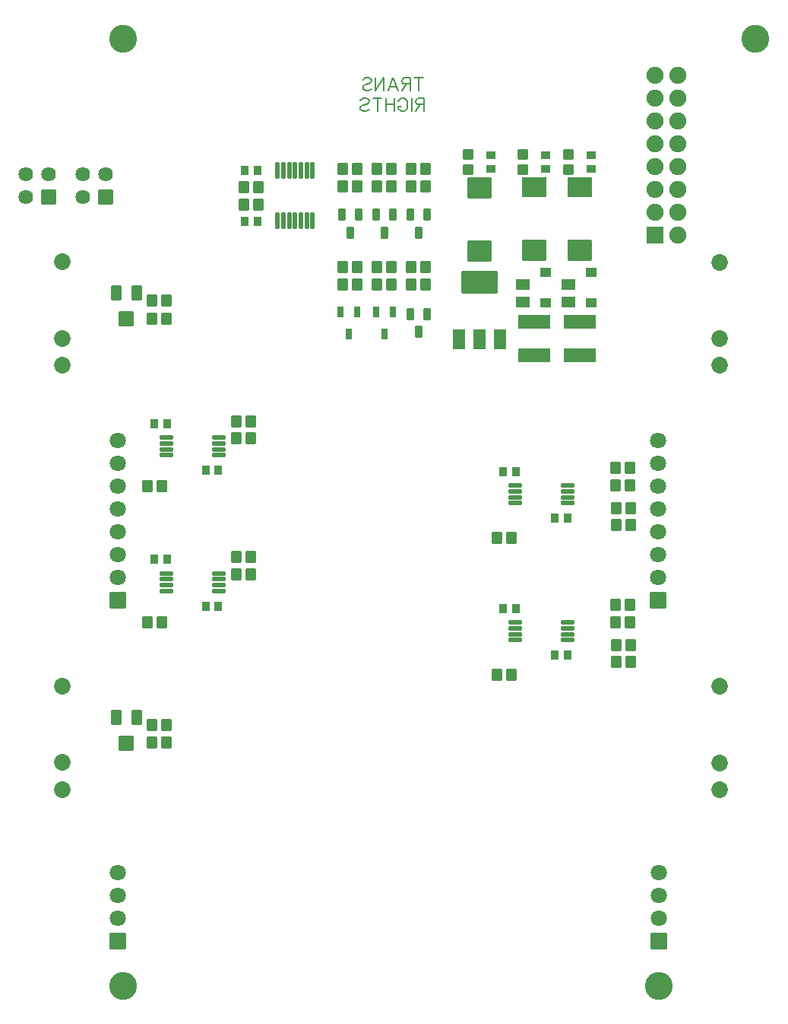
<source format=gbs>
G04 Layer: BottomSolderMaskLayer*
G04 EasyEDA v6.5.34, 2023-09-22 05:43:39*
G04 5a9e321870784d179380c5b7005af72b,5a6b42c53f6a479593ecc07194224c93,10*
G04 Gerber Generator version 0.2*
G04 Scale: 100 percent, Rotated: No, Reflected: No *
G04 Dimensions in millimeters *
G04 leading zeros omitted , absolute positions ,4 integer and 5 decimal *
%FSLAX45Y45*%
%MOMM*%

%AMMACRO1*1,1,$1,$2,$3*1,1,$1,$4,$5*1,1,$1,0-$2,0-$3*1,1,$1,0-$4,0-$5*20,1,$1,$2,$3,$4,$5,0*20,1,$1,$4,$5,0-$2,0-$3,0*20,1,$1,0-$2,0-$3,0-$4,0-$5,0*20,1,$1,0-$4,0-$5,$2,$3,0*4,1,4,$2,$3,$4,$5,0-$2,0-$3,0-$4,0-$5,$2,$3,0*%
%ADD10C,0.2032*%
%ADD11MACRO1,0.2032X-0.5X-0.55X0.5X-0.55*%
%ADD12MACRO1,0.1016X-0.2X-0.85X0.2X-0.85*%
%ADD13MACRO1,0.1016X-0.4X-0.45X0.4X-0.45*%
%ADD14MACRO1,0.1016X-0.35X-0.625X0.35X-0.625*%
%ADD15MACRO1,0.1016X0.35X-0.625X0.35X0.625*%
%ADD16MACRO1,0.1016X-0.35X-0.625X-0.35X0.625*%
%ADD17MACRO1,0.1016X0.3X-0.535X0.3X0.535*%
%ADD18MACRO1,0.1016X-0.55X-0.8X0.55X-0.8*%
%ADD19MACRO1,0.1016X-0.8001X-0.8X0.8001X-0.8*%
%ADD20MACRO1,0.1016X-0.5499X-0.8X0.5499X-0.8*%
%ADD21MACRO1,0.2032X0.5X0.55X-0.5X0.55*%
%ADD22MACRO1,0.2032X1.9X-1.15X1.9X1.15*%
%ADD23MACRO1,0.2032X0.6X-1X0.6X1*%
%ADD24MACRO1,0.1016X0.762X0.762X-0.762X0.762*%
%ADD25C,1.6256*%
%ADD26O,1.6015970000000002X0.5015992*%
%ADD27MACRO1,0.1016X0.4X0.45X-0.4X0.45*%
%ADD28MACRO1,0.1016X0.85X-0.85X0.85X0.85*%
%ADD29C,1.8016*%
%ADD30MACRO1,0.1016X0.85X0.85X0.85X-0.85*%
%ADD31MACRO1,0.1016X0.6885X-0.5663X-0.6885X-0.5663*%
%ADD32MACRO1,0.1016X0.6885X0.5663X-0.6885X0.5663*%
%ADD33MACRO1,0.1016X-0.575X0.475X-0.575X-0.475*%
%ADD34MACRO1,0.1016X0.432X0.4032X-0.432X0.4032*%
%ADD35MACRO1,0.1016X0.432X-0.4032X-0.432X-0.4032*%
%ADD36MACRO1,0.1016X1.296X1.1038X-1.296X1.1038*%
%ADD37MACRO1,0.1016X1.296X-1.1038X-1.296X-1.1038*%
%ADD38MACRO1,0.2032X-0.5X-0.45X0.5X-0.45*%
%ADD39R,2.6936X2.3091*%
%ADD40MACRO1,0.1016X-1.7496X-0.7033X1.7496X-0.7033*%
%ADD41MACRO1,0.1016X-1.7496X0.7033X1.7496X0.7033*%
%ADD42MACRO1,0.1016X0.9X-0.9X0.9X0.9*%
%ADD43C,1.9016*%
%ADD44C,1.8532*%
%ADD45C,3.1016*%
%ADD46C,0.0163*%

%LPD*%
D10*
X-2409926Y6056863D02*
G01*
X-2409926Y5913681D01*
X-2362200Y6056863D02*
G01*
X-2457655Y6056863D01*
X-2502654Y6056863D02*
G01*
X-2502654Y5913681D01*
X-2502654Y6056863D02*
G01*
X-2564018Y6056863D01*
X-2584472Y6050046D01*
X-2591290Y6043226D01*
X-2598110Y6029591D01*
X-2598110Y6015954D01*
X-2591290Y6002317D01*
X-2584472Y5995499D01*
X-2564018Y5988682D01*
X-2502654Y5988682D01*
X-2550380Y5988682D02*
G01*
X-2598110Y5913681D01*
X-2697655Y6056863D02*
G01*
X-2643108Y5913681D01*
X-2697655Y6056863D02*
G01*
X-2752199Y5913681D01*
X-2663563Y5961407D02*
G01*
X-2731744Y5961407D01*
X-2797200Y6056863D02*
G01*
X-2797200Y5913681D01*
X-2797200Y6056863D02*
G01*
X-2892653Y5913681D01*
X-2892653Y6056863D02*
G01*
X-2892653Y5913681D01*
X-3033107Y6036409D02*
G01*
X-3019473Y6050046D01*
X-2999018Y6056863D01*
X-2971746Y6056863D01*
X-2951292Y6050046D01*
X-2937654Y6036409D01*
X-2937654Y6022771D01*
X-2944472Y6009137D01*
X-2951292Y6002317D01*
X-2964926Y5995499D01*
X-3005835Y5981862D01*
X-3019473Y5975045D01*
X-3026290Y5968227D01*
X-3033107Y5954590D01*
X-3033107Y5934135D01*
X-3019473Y5920501D01*
X-2999018Y5913681D01*
X-2971746Y5913681D01*
X-2951292Y5920501D01*
X-2937654Y5934135D01*
X-2349500Y5828263D02*
G01*
X-2349500Y5685081D01*
X-2349500Y5828263D02*
G01*
X-2410863Y5828263D01*
X-2431318Y5821446D01*
X-2438135Y5814626D01*
X-2444955Y5800991D01*
X-2444955Y5787354D01*
X-2438135Y5773717D01*
X-2431318Y5766899D01*
X-2410863Y5760082D01*
X-2349500Y5760082D01*
X-2397226Y5760082D02*
G01*
X-2444955Y5685081D01*
X-2489954Y5828263D02*
G01*
X-2489954Y5685081D01*
X-2637226Y5794171D02*
G01*
X-2630408Y5807809D01*
X-2616771Y5821446D01*
X-2603136Y5828263D01*
X-2575864Y5828263D01*
X-2562227Y5821446D01*
X-2548590Y5807809D01*
X-2541772Y5794171D01*
X-2534955Y5773717D01*
X-2534955Y5739627D01*
X-2541772Y5719173D01*
X-2548590Y5705535D01*
X-2562227Y5691901D01*
X-2575864Y5685081D01*
X-2603136Y5685081D01*
X-2616771Y5691901D01*
X-2630408Y5705535D01*
X-2637226Y5719173D01*
X-2637226Y5739627D01*
X-2603136Y5739627D02*
G01*
X-2637226Y5739627D01*
X-2682227Y5828263D02*
G01*
X-2682227Y5685081D01*
X-2777683Y5828263D02*
G01*
X-2777683Y5685081D01*
X-2682227Y5760082D02*
G01*
X-2777683Y5760082D01*
X-2870408Y5828263D02*
G01*
X-2870408Y5685081D01*
X-2822681Y5828263D02*
G01*
X-2918137Y5828263D01*
X-3058591Y5807809D02*
G01*
X-3044954Y5821446D01*
X-3024499Y5828263D01*
X-2997227Y5828263D01*
X-2976773Y5821446D01*
X-2963136Y5807809D01*
X-2963136Y5794171D01*
X-2969953Y5780537D01*
X-2976773Y5773717D01*
X-2990408Y5766899D01*
X-3031317Y5753262D01*
X-3044954Y5746445D01*
X-3051771Y5739627D01*
X-3058591Y5725990D01*
X-3058591Y5705535D01*
X-3044954Y5691901D01*
X-3024499Y5685081D01*
X-2997227Y5685081D01*
X-2976773Y5691901D01*
X-2963136Y5705535D01*
D11*
G01*
X-2713992Y4851400D03*
G01*
X-2873992Y4851400D03*
G01*
X-2332992Y4851400D03*
G01*
X-2492992Y4851400D03*
G01*
X-2713992Y5041900D03*
G01*
X-2873992Y5041900D03*
G01*
X-2332992Y5041900D03*
G01*
X-2492992Y5041900D03*
D12*
G01*
X-3983403Y5029809D03*
G01*
X-3918404Y5029809D03*
G01*
X-3853406Y5029809D03*
G01*
X-3788407Y5029809D03*
G01*
X-3723408Y5029809D03*
G01*
X-3658410Y5029809D03*
G01*
X-3593411Y5029809D03*
G01*
X-3593411Y4469790D03*
G01*
X-3658410Y4469790D03*
G01*
X-3723408Y4469790D03*
G01*
X-3788407Y4469790D03*
G01*
X-3853406Y4469790D03*
G01*
X-3918404Y4469790D03*
G01*
X-3983403Y4469790D03*
D13*
G01*
X-4209896Y4457700D03*
G01*
X-4349894Y4457700D03*
D14*
G01*
X-3269995Y4532299D03*
G01*
X-3080003Y4532299D03*
G01*
X-3174999Y4332300D03*
G01*
X-2888995Y4532299D03*
G01*
X-2699003Y4532299D03*
G01*
X-2793999Y4332300D03*
D15*
G01*
X-2413001Y4332300D03*
D16*
G01*
X-2507994Y4532299D03*
G01*
X-2318003Y4532299D03*
D17*
G01*
X-3282695Y3450899D03*
G01*
X-3092703Y3450899D03*
G01*
X-3187699Y3203900D03*
G01*
X-2888995Y3450899D03*
G01*
X-2699003Y3450899D03*
G01*
X-2793999Y3203900D03*
D15*
G01*
X-2507995Y3427399D03*
G01*
X-2318005Y3427399D03*
G01*
X-2413001Y3227400D03*
D11*
G01*
X-4199892Y4838700D03*
G01*
X-4359892Y4838700D03*
G01*
X-4199892Y4648200D03*
G01*
X-4359892Y4648200D03*
D13*
G01*
X-4209896Y5029200D03*
G01*
X-4349894Y5029200D03*
D11*
G01*
X-3094992Y5041900D03*
G01*
X-3254992Y5041900D03*
G01*
X-3094992Y4851400D03*
G01*
X-3254992Y4851400D03*
G01*
X-3094992Y3949700D03*
G01*
X-3254992Y3949700D03*
G01*
X-3094992Y3759200D03*
G01*
X-3254992Y3759200D03*
G01*
X-2713992Y3949700D03*
G01*
X-2873992Y3949700D03*
G01*
X-2713992Y3759200D03*
G01*
X-2873992Y3759200D03*
G01*
X-2332992Y3949700D03*
G01*
X-2492992Y3949700D03*
G01*
X-2332992Y3759200D03*
G01*
X-2492992Y3759200D03*
G01*
X-5219702Y3378200D03*
G01*
X-5379702Y3378200D03*
D18*
G01*
X-5782995Y-1059700D03*
D19*
G01*
X-5668022Y-1349717D03*
D20*
G01*
X-5553036Y-1059700D03*
D11*
G01*
X-5219702Y-1344396D03*
G01*
X-5379702Y-1344396D03*
G01*
X-5219702Y-1143000D03*
G01*
X-5379702Y-1143000D03*
G01*
X-5219702Y3579596D03*
G01*
X-5379702Y3579596D03*
G01*
X-4279902Y723900D03*
G01*
X-4439902Y723900D03*
D21*
G01*
X-4439917Y533400D03*
G01*
X-4279917Y533400D03*
G01*
X-4439917Y2044700D03*
G01*
X-4279917Y2044700D03*
D11*
G01*
X-4279902Y2235200D03*
G01*
X-4439902Y2235200D03*
G01*
X-59692Y1714500D03*
G01*
X-219692Y1714500D03*
G01*
X-59692Y1524000D03*
G01*
X-219692Y1524000D03*
G01*
X-46992Y1270000D03*
G01*
X-206992Y1270000D03*
G01*
X-46992Y1079500D03*
G01*
X-206992Y1079500D03*
G01*
X-59692Y0D03*
G01*
X-219692Y0D03*
G01*
X-59692Y190500D03*
G01*
X-219692Y190500D03*
G01*
X-46992Y-444500D03*
G01*
X-206992Y-444500D03*
G01*
X-46992Y-254000D03*
G01*
X-206992Y-254000D03*
D22*
G01*
X-1731009Y3784598D03*
D23*
G01*
X-1731009Y3149600D03*
G01*
X-1961006Y3149600D03*
G01*
X-1501012Y3149600D03*
D24*
G01*
X-6531513Y4728971D03*
D25*
G01*
X-6531508Y4982971D03*
G01*
X-6785508Y4728971D03*
G01*
X-6785508Y4982971D03*
D24*
G01*
X-5896513Y4728971D03*
D25*
G01*
X-5896508Y4982971D03*
G01*
X-6150508Y4728971D03*
G01*
X-6150508Y4982971D03*
D18*
G01*
X-5782995Y3662895D03*
D19*
G01*
X-5668022Y3372878D03*
D20*
G01*
X-5553036Y3662895D03*
D26*
G01*
X-751408Y1519936D03*
G01*
X-1331391Y1324863D03*
G01*
X-1331391Y1389887D03*
G01*
X-1331391Y1454912D03*
G01*
X-1331391Y1519936D03*
G01*
X-751408Y1324863D03*
G01*
X-751408Y1389887D03*
G01*
X-751408Y1454912D03*
D13*
G01*
X-755496Y1155700D03*
G01*
X-895494Y1155700D03*
D27*
G01*
X-1466999Y1676400D03*
G01*
X-1326997Y1676400D03*
D11*
G01*
X-1380492Y939800D03*
G01*
X-1540492Y939800D03*
G01*
X-1376682Y-584200D03*
G01*
X-1536682Y-584200D03*
D27*
G01*
X-1466999Y152400D03*
G01*
X-1326997Y152400D03*
D13*
G01*
X-755496Y-368300D03*
G01*
X-895494Y-368300D03*
D26*
G01*
X-751408Y-4063D03*
G01*
X-1331391Y-199136D03*
G01*
X-1331391Y-134112D03*
G01*
X-1331391Y-69087D03*
G01*
X-1331391Y-4063D03*
G01*
X-751408Y-199136D03*
G01*
X-751408Y-134112D03*
G01*
X-751408Y-69087D03*
D11*
G01*
X-5270502Y0D03*
G01*
X-5430502Y0D03*
D27*
G01*
X-5357009Y698500D03*
G01*
X-5217007Y698500D03*
D13*
G01*
X-4645506Y177800D03*
G01*
X-4785504Y177800D03*
D26*
G01*
X-4641418Y542036D03*
G01*
X-5221401Y346963D03*
G01*
X-5221401Y411987D03*
G01*
X-5221401Y477012D03*
G01*
X-5221401Y542036D03*
G01*
X-4641418Y346963D03*
G01*
X-4641418Y411987D03*
G01*
X-4641418Y477012D03*
G01*
X-4641418Y2053336D03*
G01*
X-5221401Y1858263D03*
G01*
X-5221401Y1923287D03*
G01*
X-5221401Y1988312D03*
G01*
X-5221401Y2053336D03*
G01*
X-4641418Y1858263D03*
G01*
X-4641418Y1923287D03*
G01*
X-4641418Y1988312D03*
D13*
G01*
X-4645506Y1689100D03*
G01*
X-4785504Y1689100D03*
D27*
G01*
X-5357009Y2209800D03*
G01*
X-5217007Y2209800D03*
D11*
G01*
X-5270502Y1511300D03*
G01*
X-5430502Y1511300D03*
D28*
G01*
X266473Y-3551430D03*
D29*
G01*
X266471Y-3297428D03*
G01*
X266471Y-3043428D03*
G01*
X266471Y-2789428D03*
D30*
G01*
X259336Y245859D03*
D29*
G01*
X259334Y499846D03*
G01*
X259334Y753846D03*
G01*
X259334Y1007846D03*
G01*
X259334Y1261846D03*
G01*
X259334Y1515846D03*
G01*
X259334Y1769846D03*
G01*
X259334Y2023846D03*
D30*
G01*
X-5766061Y245859D03*
D29*
G01*
X-5766053Y499846D03*
G01*
X-5766053Y753846D03*
G01*
X-5766053Y1007846D03*
G01*
X-5766053Y1261846D03*
G01*
X-5766053Y1515846D03*
G01*
X-5766053Y1769846D03*
G01*
X-5766053Y2023846D03*
D28*
G01*
X-5766061Y-3551427D03*
D29*
G01*
X-5766053Y-3297428D03*
G01*
X-5766053Y-3043428D03*
G01*
X-5766053Y-2789428D03*
D31*
G01*
X-1248355Y3758798D03*
D32*
G01*
X-1248355Y3565545D03*
D31*
G01*
X-740355Y3758798D03*
D32*
G01*
X-740355Y3565545D03*
D33*
G01*
X-994359Y3894912D03*
G01*
X-994359Y3556431D03*
G01*
X-486359Y3894912D03*
G01*
X-486359Y3556431D03*
D34*
G01*
X-1604009Y5042775D03*
D35*
G01*
X-1604009Y5193424D03*
D34*
G01*
X-994359Y5047347D03*
D35*
G01*
X-994359Y5197996D03*
D34*
G01*
X-486359Y5047347D03*
D35*
G01*
X-486359Y5197996D03*
D36*
G01*
X-1731009Y4131975D03*
D37*
G01*
X-1731009Y4834224D03*
D38*
G01*
X-1858017Y5033091D03*
G01*
X-1858017Y5203090D03*
G01*
X-1248366Y5037663D03*
G01*
X-1248366Y5207662D03*
D36*
G01*
X-1121359Y4136547D03*
D39*
G01*
X-1121359Y4838801D03*
D40*
G01*
X-1121359Y3339505D03*
D41*
G01*
X-1121359Y2968838D03*
D38*
G01*
X-740366Y5037663D03*
G01*
X-740366Y5207662D03*
D36*
G01*
X-613359Y4136547D03*
D39*
G01*
X-613359Y4838801D03*
D40*
G01*
X-613359Y3339505D03*
D41*
G01*
X-613359Y2968838D03*
D42*
G01*
X224840Y4309872D03*
D43*
G01*
X478840Y4309871D03*
G01*
X224840Y4563871D03*
G01*
X478840Y4563871D03*
G01*
X224840Y4817871D03*
G01*
X478840Y4817871D03*
G01*
X224840Y5071871D03*
G01*
X478840Y5071871D03*
G01*
X224840Y5325871D03*
G01*
X478840Y5325871D03*
G01*
X224840Y5579871D03*
G01*
X478840Y5579871D03*
G01*
X224840Y5833871D03*
G01*
X478840Y5833871D03*
G01*
X224840Y6087871D03*
G01*
X478840Y6087871D03*
D44*
G01*
X939596Y4005706D03*
G01*
X939596Y3155721D03*
G01*
X939596Y2855696D03*
G01*
X-6379159Y4007967D03*
G01*
X-6379159Y3157981D03*
G01*
X-6379159Y2857957D03*
G01*
X-6379159Y-714629D03*
G01*
X-6379159Y-1564614D03*
G01*
X-6379159Y-1864639D03*
G01*
X939596Y-716889D03*
G01*
X939596Y-1566875D03*
G01*
X939596Y-1866900D03*
D45*
G01*
X-5706008Y6494271D03*
G01*
X1342440Y6494271D03*
G01*
X-5706059Y-4046728D03*
G01*
X262940Y-4046728D03*
M02*

</source>
